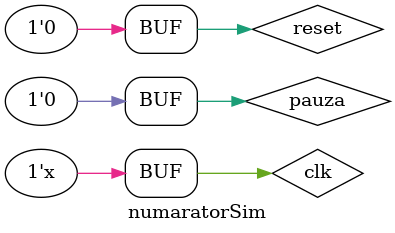
<source format=v>
`timescale 1ns / 1ps


module numaratorSim();
reg clk;
reg reset;
reg pauza;
wire [5:0] valoare_bin;
wire carry_out;
numarator num(clk, reset, pauza, valoare_bin, carry_out);
initial begin
clk = 0;
reset = 1;
pauza = 0;
#50 reset = 0;
//#50 pauza = 1;
//#50 pauza = 0;
end
always
#25 clk = ~clk;
endmodule

</source>
